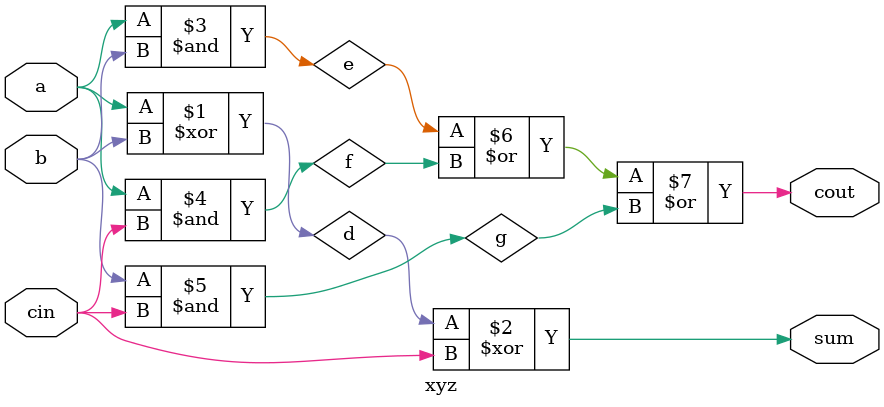
<source format=v>
`timescale 1ns / 1ps

module xyz(a, b, cin, sum, cout);
input a, b, cin;
output sum, cout;
wire d,e,f,g;

    xor (d, a, b);
    xor (sum, d, cin);
    and (e, a, b);
    and (f, a, cin);
    and (g, b, cin);
    or (cout, e, f, g);

endmodule
</source>
